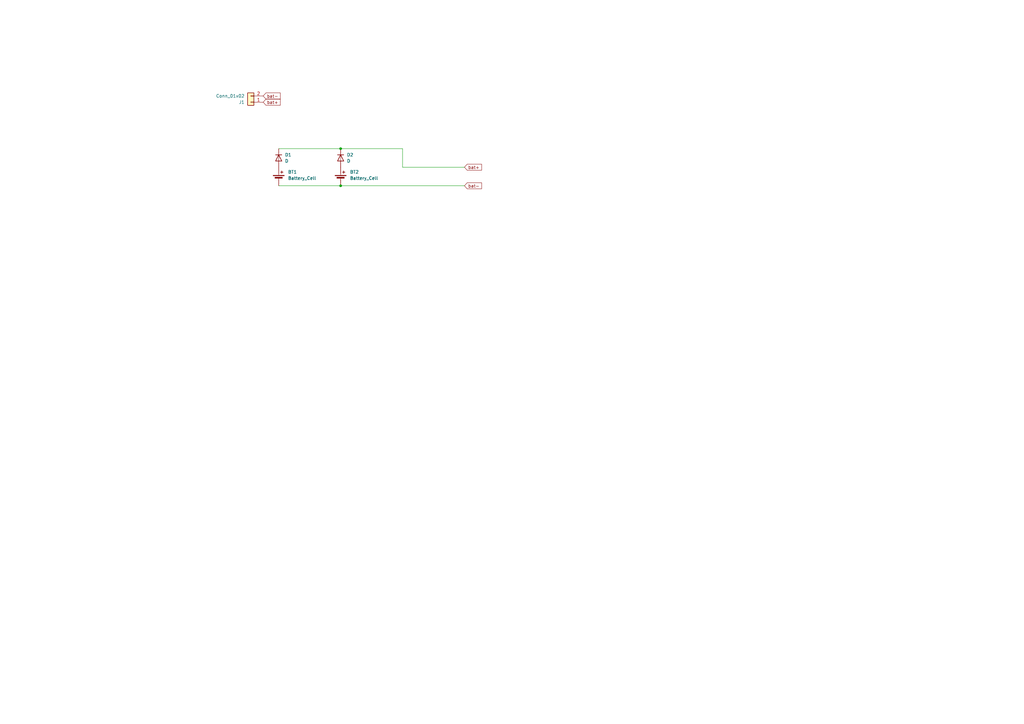
<source format=kicad_sch>
(kicad_sch (version 20231120) (generator "eeschema") (generator_version "8.0")
  (paper "A3")
  (lib_symbols
    (symbol "Connector_Generic:Conn_01x02" (pin_names (offset 1.016) hide)
      (property "Reference" "J" (at 0 2.54 0))
      (property "Value" "Conn_01x02" (at 0 -5.08 0))
      (symbol "Conn_01x02_1_1"
        (rectangle (start -1.27 -2.413) (end 0 -2.667) (stroke (width 0.1524)))
        (rectangle (start -1.27 0.127) (end 0 -0.127) (stroke (width 0.1524)))
        (rectangle (start -1.27 1.27) (end 1.27 -3.81) (stroke (width 0.254)) (fill (type background)))
        (pin passive line (at -5.08 0 0) (length 3.81) (name "Pin_1") (number "1"))
        (pin passive line (at -5.08 -2.54 0) (length 3.81) (name "Pin_2") (number "2"))
      )
    )
    (symbol "Device:Battery_Cell" (pin_numbers hide) (pin_names (offset 0) hide)
      (property "Reference" "BT" (at 2.54 2.54 0))
      (property "Value" "Battery_Cell" (at 2.54 0 0))
      (symbol "Battery_Cell_0_1"
        (rectangle (start -2.286 1.778) (end 2.286 1.524) (fill (type outline)))
        (rectangle (start -1.524 1.016) (end 1.524 0.508) (fill (type outline)))
        (polyline (pts (xy 0 0.762) (xy 0 0)))
        (polyline (pts (xy 0 1.778) (xy 0 2.54)))
        (polyline (pts (xy 0.762 3.048) (xy 1.778 3.048)) (stroke (width 0.254)))
        (polyline (pts (xy 1.27 3.556) (xy 1.27 2.54)) (stroke (width 0.254)))
      )
      (symbol "Battery_Cell_1_1"
        (pin passive line (at 0 5.08 270) (length 2.54) (name "+") (number "1"))
        (pin passive line (at 0 -2.54 90) (length 2.54) (name "-") (number "2"))
      )
    )
    (symbol "Device:D" (pin_numbers hide) (pin_names (offset 1.016) hide)
      (property "Reference" "D" (at 0 2.54 0))
      (property "Value" "D" (at 0 -2.54 0))
      (symbol "D_0_1"
        (polyline (pts (xy -1.27 1.27) (xy -1.27 -1.27)) (stroke (width 0.254)))
        (polyline (pts (xy 1.27 0) (xy -1.27 0)))
        (polyline (pts (xy 1.27 1.27) (xy 1.27 -1.27) (xy -1.27 0) (xy 1.27 1.27)) (stroke (width 0.254)))
      )
      (symbol "D_1_1"
        (pin passive line (at -3.81 0 0) (length 2.54) (name "K") (number "1"))
        (pin passive line (at 3.81 0 180) (length 2.54) (name "A") (number "2"))
      )
    )
  )
  (junction (at 139.7 60.96))
  (junction (at 139.7 76.2))
  (wire (pts (xy 114.3 76.2) (xy 139.7 76.2)))
  (wire (pts (xy 139.7 76.2) (xy 190.5 76.2)))
  (wire (pts (xy 165.1 68.58) (xy 190.5 68.58)))
  (wire (pts (xy 114.3 60.96) (xy 139.7 60.96)))
  (wire (pts (xy 165.1 60.96) (xy 165.1 68.58)))
  (wire (pts (xy 139.7 60.96) (xy 165.1 60.96)))
  (global_label "bat-" (shape input) (at 107.95 39.37 0) (property "Intersheetrefs" "${INTERSHEET_REFS}" (effects (hide yes))))
  (global_label "bat-" (shape input) (at 190.5 76.2 0) (property "Intersheetrefs" "${INTERSHEET_REFS}" (effects (hide yes))))
  (global_label "bat+" (shape input) (at 107.95 41.91 0) (property "Intersheetrefs" "${INTERSHEET_REFS}" (effects (hide yes))))
  (global_label "bat+" (shape input) (at 190.5 68.58 0) (property "Intersheetrefs" "${INTERSHEET_REFS}" (effects (hide yes))))
  (symbol (lib_id "Connector_Generic:Conn_01x02") (at 102.87 41.91 180) (unit 1)
    (property "Reference" "J1" (at 100.33 41.9101 0) (effects (justify left)))
    (property "Value" "Conn_01x02" (at 100.33 39.3701 0) (effects (justify left)))
    (property "Footprint" "kbd_Parts:Battery_BMP_2pin" (effects (hide yes)))
    (property "Description" "Generic connector, single row, 01x02, script generated (kicad-library-utils/schlib/autogen/connector/)" (effects (hide yes)))
  )
  (symbol (lib_id "Device:Battery_Cell") (at 114.3 73.66 0) (unit 1)
    (property "Reference" "BT1" (at 118.11 70.5484 0) (effects (justify left)))
    (property "Value" "Battery_Cell" (at 118.11 73.0884 0) (effects (justify left)))
    (property "Footprint" "kbd_Parts:Battery_ali_CR1632" (effects (hide yes)))
    (property "Description" "Single-cell battery" (effects (hide yes)))
  )
  (symbol (lib_id "Device:D") (at 139.7 64.77 270) (unit 1)
    (property "Reference" "D2" (at 142.24 63.4999 90) (effects (justify left)))
    (property "Value" "D" (at 142.24 66.0399 90) (effects (justify left)))
    (property "Footprint" "kbd_Parts:Diode_SMD" (effects (hide yes)))
    (property "Description" "Diode" (effects (hide yes)))
    (property "Sim.Device" "D" (effects (hide yes)))
    (property "Sim.Pins" "1=K 2=A" (effects (hide yes)))
  )
  (symbol (lib_id "Device:Battery_Cell") (at 139.7 73.66 0) (unit 1)
    (property "Reference" "BT2" (at 143.51 70.5484 0) (effects (justify left)))
    (property "Value" "Battery_Cell" (at 143.51 73.0884 0) (effects (justify left)))
    (property "Footprint" "kbd_Parts:Battery_ali_CR1632" (effects (hide yes)))
    (property "Description" "Single-cell battery" (effects (hide yes)))
  )
  (symbol (lib_id "Device:D") (at 114.3 64.77 270) (unit 1)
    (property "Reference" "D1" (at 116.84 63.4999 90) (effects (justify left)))
    (property "Value" "D" (at 116.84 66.0399 90) (effects (justify left)))
    (property "Footprint" "kbd_Parts:Diode_SMD" (effects (hide yes)))
    (property "Description" "Diode" (effects (hide yes)))
    (property "Sim.Device" "D" (effects (hide yes)))
    (property "Sim.Pins" "1=K 2=A" (effects (hide yes)))
  )
)
</source>
